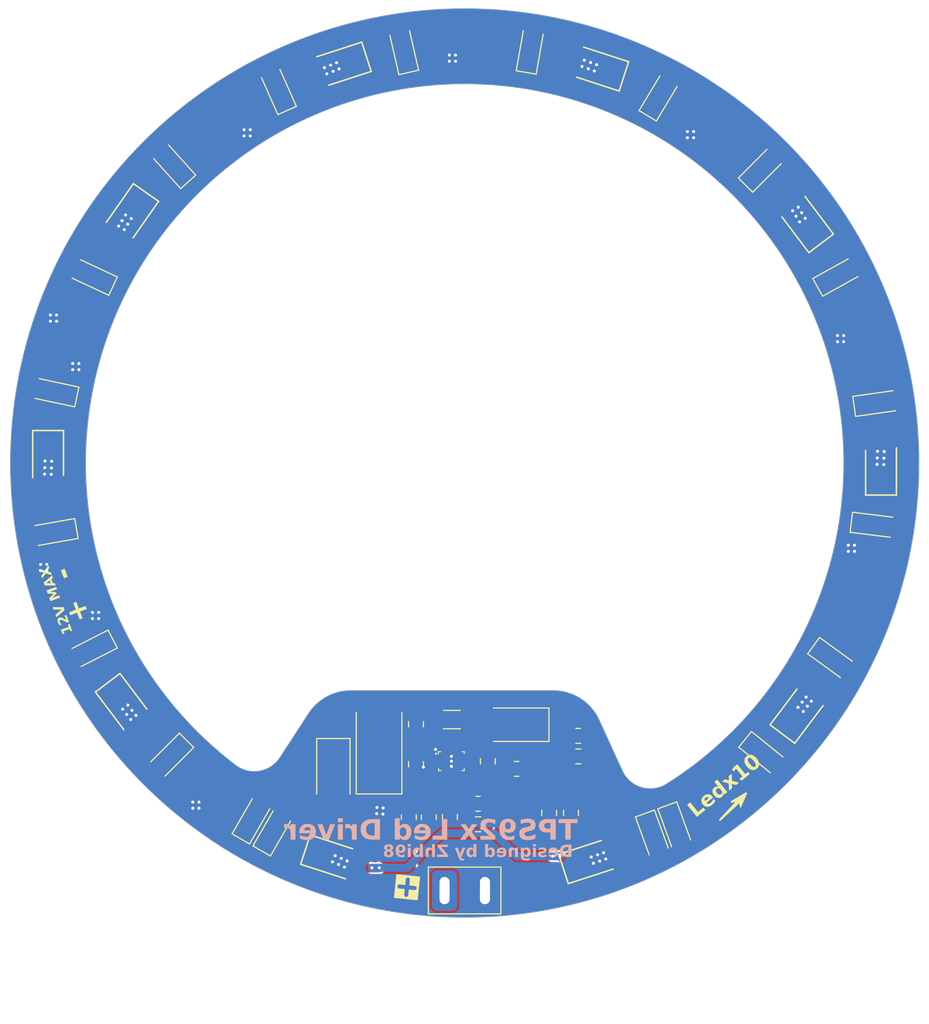
<source format=kicad_pcb>
(kicad_pcb (version 20241229) (generator "pcbnew") (generator_version "9.0")
  (layers (0 "F.Cu" signal) (2 "B.Cu" signal) (13 "F.Paste" user) (15 "B.Paste" user) (5 "F.SilkS" user "F.Silkscreen") (7 "B.SilkS" user "B.Silkscreen") (1 "F.Mask" user) (3 "B.Mask" user) (25 "Edge.Cuts" user))
  (net 0 "")
  (net 1 "VCC")
  (net 2 "GND")
  (net 3 "Net-(U1-VCC)")
  (net 4 "Net-(C5-Pad2)")
  (net 5 "Net-(D19-K)")
  (net 6 "Net-(U1-CSN)")
  (net 7 "/LED+")
  (net 8 "Net-(D1-K)")
  (net 9 "Net-(D4-K)")
  (net 10 "Net-(D10-A)")
  (net 11 "Net-(D10-K)")
  (net 12 "Net-(D13-K)")
  (net 13 "Net-(D16-K)")
  (net 14 "Net-(D19-A)")
  (net 15 "Net-(D20-K)")
  (net 16 "Net-(D23-K)")
  (net 17 "Net-(D26-K)")
  (net 18 "Net-(D32-A)")
  (net 19 "Net-(U1-DIM)")
  (net 20 "Net-(U1-COMP)")
  (footprint "Diode_SMD:D_SOD-123" (layer "F.Cu") (at 82.7278 72.9488 168)
    (property "Reference" "D11" (hide yes))
    (property "Value" "BZT52B5V6")
  )
  (footprint "Diode_SMD:D_SOD-123" (layer "F.Cu") (at 104.902 42.926 114)
    (property "Reference" "D18" (hide yes))
    (property "Value" "BZT52B5V6")
  )
  (footprint "Capacitor_SMD:C_0805_2012Metric" (layer "F.Cu") (at 125.73 109.5012 90)
    (property "Reference" "C6" (hide yes))
    (property "Value" "1nF,50V")
  )
  (footprint "Capacitor_SMD:C_0805_2012Metric" (layer "F.Cu") (at 134.6908 109.0168)
    (property "Reference" "C7" (hide yes))
    (property "Value" "10uF,50V")
  )
  (footprint "Capacitor_SMD:C_0805_2012Metric" (layer "F.Cu") (at 121.9708 115.0176 90)
    (property "Reference" "C4" (hide yes))
    (property "Value" "0.1uF,25V")
  )
  (footprint "3rd_LED_SMD:LED5730_2012Metric" (layer "F.Cu") (at 136.70015 119.031838 18)
    (property "Reference" "D1" (hide yes))
    (property "Value" "5730D34W")
  )
  (footprint "Capacitor_Tantalum_SMD:CP_EIA-7343-31_Kemet-D" (layer "F.Cu") (at 114.9604 108.3208 90)
    (property "Reference" "C2" (hide yes))
    (property "Value" "TAJD336K035RNJ,33uF,25V")
  )
  (footprint "Diode_SMD:D_SOD-123" (layer "F.Cu") (at 94.234 109.093 -135)
    (property "Reference" "D8" (hide yes))
    (property "Value" "BZT52B5V6")
  )
  (footprint "3rd_LED_SMD:LED5730_2012Metric" (layer "F.Cu") (at 89.789 56.197647 -125)
    (property "Reference" "D13" (hide yes))
    (property "Value" "5730D34W")
  )
  (footprint "3rd_LED_SMD:LED5730_2012Metric" (layer "F.Cu") (at 90.297 104.648 -53)
    (property "Reference" "D7" (hide yes))
    (property "Value" "5730D34W")
  )
  (footprint "Resistor_SMD:R_0805_2012Metric" (layer "F.Cu") (at 117.9068 115.0376 90)
    (property "Reference" "R1" (hide yes))
    (property "Value" "50K")
  )
  (footprint "3rd_LED_SMD:LED5730_2012Metric" (layer "F.Cu") (at 82.194399 80.4182 -90)
    (property "Reference" "D10" (hide yes))
    (property "Value" "5730D34W")
  )
  (footprint "Capacitor_SMD:C_0805_2012Metric" (layer "F.Cu") (at 124.7648 115.7376)
    (property "Reference" "C5" (hide yes))
    (property "Value" "10nF,10V")
  )
  (footprint "3rd_Package_WSON:WSON-8_L2.0-W2.0-P0.5_TPS923651" (layer "F.Cu") (at 122.1232 109.4892)
    (property "Reference" "U1" (hide yes))
    (property "Value" "TPS923651")
  )
  (footprint "Diode_SMD:D_SMA" (layer "F.Cu") (at 110.4392 110.7592 -90)
    (property "Reference" "D32" (hide yes))
    (property "Value" "SS24")
  )
  (footprint "Diode_SMD:D_SOD-123" (layer "F.Cu") (at 159.893 99.441 -36)
    (property "Reference" "D30" (hide yes))
    (property "Value" "BZT52B5V6")
  )
  (footprint "Diode_SMD:D_SOD-123" (layer "F.Cu") (at 86.487 61.468 155)
    (property "Reference" "D15" (hide yes))
    (property "Value" "BZT52B5V6")
  )
  (footprint "Diode_SMD:D_SOD-123" (layer "F.Cu") (at 104.521 116.332 60)
    (property "Reference" "D6" (hide yes))
    (property "Value" "BZT52B5V6")
  )
  (footprint "Capacitor_SMD:C_0805_2012Metric" (layer "F.Cu") (at 131.8006 114.6048 -90)
    (property "Reference" "C8" (hide yes))
    (property "Value" "0.1uF,100V")
  )
  (footprint "Diode_SMD:D_SOD-123" (layer "F.Cu") (at 82.677 86.868 -170)
    (property "Reference" "D12" (hide yes))
    (property "Value" "BZT52B5V6")
  )
  (footprint "Diode_SMD:D_SMA" (layer "F.Cu") (at 128.27 105.8824 180)
    (property "Reference" "D19" (hide yes))
    (property "Value" "SS14")
  )
  (footprint "Resistor_SMD:R_0805_2012Metric" (layer "F.Cu") (at 134.6708 106.9848)
    (property "Reference" "R5" (hide yes))
    (property "Value" "1000mR")
  )
  (footprint "3rd_LED_SMD:LED5730_2012Metric" (layer "F.Cu") (at 110.236 40.894 -162)
    (property "Reference" "D16" (hide yes))
    (property "Value" "5730D34W")
  )
  (footprint "Resistor_SMD:R_0805_2012Metric" (layer "F.Cu") (at 119.888 115.0376 90)
    (property "Reference" "R2" (hide yes))
    (property "Value" "10K")
  )
  (footprint "Diode_SMD:D_SOD-123" (layer "F.Cu") (at 153.035 108.8136 -39)
    (property "Reference" "D31" (hide yes))
    (property "Value" "BZT52B5V6")
  )
  (footprint "3rd_LED_SMD:LED5730_2012Metric" (layer "F.Cu") (at 111.147768 119.372558 -18)
    (property "Reference" "D4" (hide yes))
    (property "Value" "5730D34W")
  )
  (footprint "Capacitor_SMD:C_0805_2012Metric" (layer "F.Cu") (at 118.618 109.794 -90)
    (property "Reference" "C3" (hide yes))
    (property "Value" "0.1uF,25V")
  )
  (footprint "Resistor_SMD:R_0805_2012Metric" (layer "F.Cu") (at 124.7648 113.7056 180)
    (property "Reference" "R3" (hide yes))
    (property "Value" "100R")
  )
  (footprint "Capacitor_SMD:C_0805_2012Metric" (layer "F.Cu") (at 133.9596 114.6048 90)
    (property "Reference" "C9" (hide yes))
    (property "Value" "10uF,100V")
  )
  (footprint "Diode_SMD:D_SOD-123" (layer "F.Cu") (at 102.452066 115.137501 60)
    (property "Reference" "D5" (hide yes))
    (property "Value" "BZT52B5V6")
  )
  (footprint "Diode_SMD:D_SOD-123" (layer "F.Cu") (at 160.4518 61.4426 29)
    (property "Reference" "D24" (hide yes))
    (property "Value" "BZT52B5V6")
  )
  (footprint "3rd_Connector_Wire_THT:WIRE-TH_1x2P-P4.0_L6.5-W4.0" (layer "F.Cu") (at 123.444 122.301)
    (property "Reference" "J1" (hide yes))
    (property "Value" "POWER_IN")
  )
  (footprint "Diode_SMD:D_SOD-123" (layer "F.Cu") (at 142.7734 43.5864 59)
    (property "Reference" "D21" (hide yes))
    (property "Value" "BZT52B5V6")
  )
  (footprint "Diode_SMD:D_SOD-123" (layer "F.Cu") (at 164.0586 86.1314 -7)
    (property "Reference" "D27" (hide yes))
    (property "Value" "BZT52B5V6")
  )
  (footprint "Inductor_SMD:L_1206_3216Metric" (layer "F.Cu") (at 122.174 105.3744)
    (property "Reference" "L1" (hide yes))
    (property "Value" "SCL3216T330KSP,33uH")
  )
  (footprint "3rd_LED_SMD:LED5730_2012Metric" (layer "F.Cu") (at 164.6555 79.4893 90)
    (property "Reference" "D26" (hide yes))
    (property "Value" "5730D34W")
  )
  (footprint "Diode_SMD:D_SOD-123" (layer "F.Cu") (at 164.338 74.041 8)
    (property "Reference" "D28" (hide yes))
    (property "Value" "BZT52B5V6")
  )
  (footprint "Diode_SMD:D_SOD-123" (layer "F.Cu") (at 144.30263 116.079345 -70)
    (property "Reference" "D2" (hide yes))
    (property "Value" "BZT52B5V6")
  )
  (footprint "3rd_LED_SMD:LED5730_2012Metric" (layer "F.Cu") (at 156.526473 55.314005 127)
    (property "Reference" "D23" (hide yes))
    (property "Value" "5730D34W")
  )
  (footprint "Capacitor_SMD:C_0805_2012Metric" (layer "F.Cu") (at 118.618 105.8316 90)
    (property "Reference" "C1" (hide yes))
    (property "Value" "1uF,25V")
  )
  (footprint "Diode_SMD:D_SOD-123" (layer "F.Cu") (at 142.086837 116.885825 -70)
    (property "Reference" "D3" (hide yes))
    (property "Value" "BZT52B5V6")
  )
  (footprint "Resistor_SMD:R_0805_2012Metric" (layer "F.Cu") (at 128.5748 110.2512)
    (property "Reference" "R4" (hide yes))
    (property "Value" "100R")
  )
  (footprint "Diode_SMD:D_SOD-123" (layer "F.Cu") (at 94.488 50.3936 132)
    (property "Reference" "D14" (hide yes))
    (property "Value" "BZT52B5V6")
  )
  (footprint "Diode_SMD:D_SOD-123" (layer "F.Cu") (at 86.487 98.4758 -153)
    (property "Reference" "D9" (hide yes))
    (property "Value" "BZT52B5V6")
  )
  (footprint "Diode_SMD:D_SOD-123" (layer "F.Cu") (at 117.3734 39.0144 103)
    (property "Reference" "D17" (hide yes))
    (property "Value" "BZT52B5V6")
  )
  (footprint "Diode_SMD:D_SOD-123" (layer "F.Cu") (at 129.937806 38.996279 80)
    (property "Reference" "D22" (hide yes))
    (property "Value" "BZT52B5V6")
  )
  (footprint "Diode_SMD:D_SOD-123" (layer "F.Cu") (at 152.908 50.8 45)
    (property "Reference" "D25" (hide yes))
    (property "Value" "BZT52B5V6")
  )
  (footprint "3rd_LED_SMD:LED5730_2012Metric" (layer "F.Cu") (at 157.092311 103.884203 53)
    (property "Reference" "D29" (hide yes))
    (property "Value" "5730D34W")
  )
  (footprint "3rd_LED_SMD:LED5730_2012Metric" (layer "F.Cu") (at 135.722008 40.576974 162)
    (property "Reference" "D20" (hide yes))
    (property "Value" "5730D34W")
  )
  (gr_poly (pts (xy 148.726866 115.290525) (xy 150.529723 113.359116) (xy 149.8854 113.5126) (xy 151.295275 112.6721) (xy 150.767663 113.887195) (xy 150.653913 113.493746)) (stroke (width 0.2)) (fill yes) (layer "F.SilkS"))
  (gr_circle (center 109.438624 102.475) (end 109.448624 102.475) (stroke (width 0.0001)) (fill yes) (layer "Edge.Cuts"))
  (gr_circle (center 123.438624 79.975) (end 123.448624 79.975) (stroke (width 0.0001)) (fill yes) (layer "Edge.Cuts"))
  (gr_circle (center 131.3 94.387196) (end 131.31 94.387196) (stroke (width 0.0001)) (fill yes) (layer "Edge.Cuts"))
  (gr_arc (start 100.794601 109.866441) (mid 125.06728 42.510383) (end 143.403252 111.718718) (stroke (width 0.05)) (layer "Edge.Cuts"))
  (gr_circle (center 131.3 135.5) (end 131.31 135.5) (stroke (width 0.0001)) (fill yes) (layer "Edge.Cuts"))
  (gr_arc (start 143.403252 111.718718) (mid 140.947976 112.053876) (end 139.078181 110.427644) (stroke (width 0.05)) (layer "Edge.Cuts"))
  (gr_line (start 136.774641 105.394274) (end 139.078181 110.427644) (stroke (width 0.05)) (layer "Edge.Cuts"))
  (gr_line (start 112.150558 102.475) (end 132.228154 102.475) (stroke (width 0.05)) (layer "Edge.Cuts"))
  (gr_arc (start 105.120698 109.111251) (mid 103.122019 110.430434) (end 100.794601 109.866441) (stroke (width 0.05)) (layer "Edge.Cuts"))
  (gr_circle (center 135.438624 102.475) (end 135.448624 102.475) (stroke (width 0.0001)) (fill yes) (layer "Edge.Cuts"))
  (gr_line (start 105.120698 109.111251) (end 107.959601 104.748121) (stroke (width 0.05)) (layer "Edge.Cuts"))
  (gr_arc (start 107.959601 104.748121) (mid 109.766696 103.079867) (end 112.150558 102.475) (stroke (width 0.05)) (layer "Edge.Cuts"))
  (gr_circle (center 103.438624 111.696444) (end 103.448624 111.696444) (stroke (width 0.0001)) (fill yes) (layer "Edge.Cuts"))
  (gr_circle (center 140.438624 113.40029) (end 140.448624 113.40029) (stroke (width 0.0001)) (fill yes) (layer "Edge.Cuts"))
  (gr_circle (center 123.438624 79.975) (end 168.438624 79.975) (stroke (width 0.05)) (fill no) (layer "Edge.Cuts"))
  (gr_arc (start 132.228154 102.475) (mid 134.92967 103.267648) (end 136.774641 105.394274) (stroke (width 0.05)) (layer "Edge.Cuts"))
  (gr_text "+" (at 116.1288 122.8344 354) (layer "F.SilkS" knockout) (effects (font (size 2 2) (thickness 0.4) (bold yes)) (justify left bottom)))
  (gr_text "-" (at 82.5246 90.7796 291) (layer "F.SilkS") (effects (font (size 2 2) (thickness 0.3) (bold yes) (italic yes)) (justify left bottom)))
  (gr_text "Ledx10" (at 146.433181 115.321305 39) (layer "F.SilkS") (effects (font (size 1.5 1.5) (thickness 0.3) (bold yes) (italic yes)) (justify left bottom)))
  (gr_text "+" (at 83.5914 93.9292 291) (layer "F.SilkS") (effects (font (size 2 2) (thickness 0.3) (bold yes) (italic yes)) (justify left bottom)))
  (gr_text "12V MAX" (at 83.0326 93.5482 110) (layer "F.SilkS") (effects (font (size 1 1) (thickness 0.2) (bold yes))))
  (gr_text "TPS92x Led Driver" (at 134.62 117.602 0) (layer "B.SilkS") (effects (font (size 2 2) (thickness 0.24) (bold yes) (italic yes)) (justify left bottom mirror)))
  (gr_text "Designed by Zhbi98" (at 134.1628 119.1768 0) (layer "B.SilkS") (effects (font (size 1.2 1.2) (thickness 0.24) (bold yes) (italic yes)) (justify left bottom mirror)))
  (segment (start 155.325984 106.228198) (end 155.351798 106.228198) (width 0.6) (layer "F.Cu") (net 2))
  (segment (start 115.2796 104.8816) (end 114.9604 105.2008) (width 0.6) (layer "F.Cu") (net 2))
  (segment (start 120.9566 108.7392) (end 120.5484 108.331) (width 0.254) (layer "F.Cu") (net 2))
  (segment (start 118.618 104.8816) (end 115.2796 104.8816) (width 0.6) (layer "F.Cu") (net 2))
  (segment (start 155.351798 106.228198) (end 156.646434 107.522834) (width 0.8) (layer "F.Cu") (net 2))
  (segment (start 121.1732 108.7392) (end 120.9566 108.7392) (width 0.254) (layer "F.Cu") (net 2))
  (segment (start 118.6942 110.744) (end 119.3546 110.0836) (width 0.6) (layer "F.Cu") (net 2))
  (segment (start 161.227896 102.941372) (end 161.227896 100.410842) (width 0.8) (layer "F.Cu") (net 2))
  (segment (start 154.317297 109.851971) (end 156.646434 107.522834) (width 0.8) (layer "F.Cu") (net 2))
  (segment (start 118.618 110.744) (end 118.6942 110.744) (width 0.6) (layer "F.Cu") (net 2))
  (segment (start 156.646434 107.522834) (end 161.227896 102.941372) (width 0.8) (layer "F.Cu") (net 2))
  (via (at 111.800407 119.373486) (size 0.6) (drill 0.3) (layers "F.Cu" "B.Cu") (net 2))
  (via (at 86.5886 94.7674) (size 0.6) (drill 0.3) (layers "F.Cu" "B.Cu") (net 2))
  (via (at 110.751273 40.357936) (size 0.6) (drill 0.3) (layers "F.Cu" "B.Cu") (net 2))
  (via (at 157.756532 103.551193) (size 0.6) (drill 0.3) (layers "F.Cu" "B.Cu") (net 2))
  (via (at 155.904545 55.010039) (size 0.6) (drill 0.3) (layers "F.Cu" "B.Cu") (net 2))
  (via (at 145.4912 47.1678) (size 0.6) (drill 0.3) (layers "F.Cu" "B.Cu") (net 2))
  (via (at 90.074044 56.338447) (size 0.6) (drill 0.3) (layers "F.Cu" "B.Cu") (net 2))
  (via (at 82.0674 90.6272) (size 0.6) (drill 0.3) (layers "F.Cu" "B.Cu") (net 2))
  (via (at 136.27181 41.170222) (size 0.6) (drill 0.3) (layers "F.Cu" "B.Cu") (net 2))
  (via (at 122.5296 39.5986) (size 0.6) (drill 0.3) (layers "F.Cu" "B.Cu") (net 2))
  (via (at 86.5886 95.377) (size 0.6) (drill 0.3) (layers "F.Cu" "B.Cu") (net 2))
  (via (at 121.92 39.5986) (size 0.6) (drill 0.3) (layers "F.Cu" "B.Cu") (net 2))
  (via (at 114.7318 114.681) (size 0.6) (drill 0.3) (layers "F.Cu" "B.Cu") (net 2))
  (via (at 122.5296 40.2082) (size 0.6) (drill 0.3) (layers "F.Cu" "B.Cu") (net 2))
  (via (at 81.844797 81.078365) (size 0.6) (drill 0.3) (layers "F.Cu" "B.Cu") (net 2))
  (via (at 84.6328 70.739) (size 0.6) (drill 0.3) (layers "F.Cu" "B.Cu") (net 2))
  (via (at 96.52 114.1476) (size 0.6) (drill 0.3) (layers "F.Cu" "B.Cu") (net 2))
  (via (at 135.054533 40.727171) (size 0.6) (drill 0.3) (layers "F.Cu" "B.Cu") (net 2))
  (via (at 162.0266 88.7222) (size 0.6) (drill 0.3) (layers "F.Cu" "B.Cu") (net 2))
  (via (at 135.9662 118.9736) (size 0.6) (drill 0.3) (layers "F.Cu" "B.Cu") (net 2))
  (via (at 90.891326 104.957589) (size 0.6) (drill 0.3) (layers "F.Cu" "B.Cu") (net 2))
  (via (at 82.504789 81.10141) (size 0.6) (drill 0.3) (layers "F.Cu" "B.Cu") (net 2))
  (via (at 164.925033 80.134259) (size 0.6) (drill 0.3) (layers "F.Cu" "B.Cu") (net 2))
  (via (at 110.348393 119.449905) (size 0.6) (drill 0.3) (layers "F.Cu" "B.Cu") (net 2))
  (via (at 83.0326 65.3288) (size 0.6) (drill 0.3) (layers "F.Cu" "B.Cu") (net 2))
  (via (at 122.1232 109.0168) (size 0.6) (drill 0.3) (layers "F.Cu" "B.Cu") (net 2))
  (via (at 90.500383 104.457203) (size 0.6) (drill 0.3) (layers "F.Cu" "B.Cu") (net 2))
  (via (at 136.805629 119.38301) (size 0.6) (drill 0.3) (layers "F.Cu" "B.Cu") (net 2))
  (via (at 109.5502 40.8432) (size 0.6) (drill 0.3) (layers "F.Cu" "B.Cu") (net 2))
  (via (at 90.370929 105.364171) (size 0.6) (drill 0.3) (layers "F.Cu" "B.Cu") (net 2))
  (via (at 157.236125 103.144608) (size 0.6) (drill 0.3) (layers "F.Cu" "B.Cu") (net 2))
  (via (at 96.52 113.538) (size 0.6) (drill 0.3) (layers "F.Cu" "B.Cu") (net 2))
  (via (at 102.2096 46.99) (size 0.6) (drill 0.3) (layers "F.Cu" "B.Cu") (net 2))
  (via (at 135.675103 40.953043) (size 0.6) (drill 0.3) (layers "F.Cu" "B.Cu") (net 2))
  (via (at 82.526953 80.466799) (size 0.6) (drill 0.3) (layers "F.Cu" "B.Cu") (net 2))
  (via (at 156.959002 104.571981) (size 0.6) (drill 0.3) (layers "F.Cu" "B.Cu") (net 2))
  (via (at 111.220308 119.115208) (size 0.6) (drill 0.3) (layers "F.Cu" "B.Cu") (net 2))
  (via (at 161.417 88.1126) (size 0.6) (drill 0.3) (layers "F.Cu" "B.Cu") (net 2))
  (via (at 84.6328 70.1294) (size 0.6) (drill 0.3) (layers "F.Cu" "B.Cu") (net 2))
  (via (at 81.4578 90.6272) (size 0.6) (drill 0.3) (layers "F.Cu" "B.Cu") (net 2))
  (via (at 156.591 56.1086) (size 0.6) (drill 0.3) (layers "F.Cu" "B.Cu") (net 2))
  (via (at 82.55 79.8068) (size 0.6) (drill 0.3) (layers "F.Cu" "B.Cu") (net 2))
  (via (at 156.24104 55.548549) (size 0.6) (drill 0.3) (layers "F.Cu" "B.Cu") (net 2))
  (via (at 81.890004 79.783754) (size 0.6) (drill 0.3) (layers "F.Cu" "B.Cu") (net 2))
  (via (at 122.1232 109.4892) (size 0.6) (drill 0.3) (layers "F.Cu" "B.Cu") (net 2))
  (via (at 156.84518 103.644996) (size 0.6) (drill 0.3) (layers "F.Cu" "B.Cu") (net 2))
  (via (at 160.3502 67.3608) (size 0.6) (drill 0.3) (layers "F.Cu" "B.Cu") (net 2))
  (via (at 157.151049 55.758644) (size 0.6) (drill 0.3) (layers "F.Cu" "B.Cu") (net 2))
  (via (at 89.5734 104.343383) (size 0.6) (drill 0.3) (layers "F.Cu" "B.Cu") (net 2))
  (via (at 137.191024 118.551857) (size 0.6) (drill 0.3) (layers "F.Cu" "B.Cu") (net 2))
  (via (at 97.1296 113.538) (size 0.6) (drill 0.3) (layers "F.Cu" "B.Cu") (net 2))
  (via (at 101.6 46.99) (size 0.6) (drill 0.3) (layers "F.Cu" "B.Cu") (net 2))
  (via (at 81.4578 90.0176) (size 0.6) (drill 0.3) (layers "F.Cu" "B.Cu") (net 2))
  (via (at 110.998663 40.970242) (size 0.6) (drill 0.3) (layers "F.Cu" "B.Cu") (net 2))
  (via (at 89.979981 104.863786) (size 0.6) (drill 0.3) (layers "F.Cu" "B.Cu") (net 2))
  (via (at 160.9598 67.9704) (size 0.6) (drill 0.3) (layers "F.Cu" "B.Cu") (net 2))
  (via (at 164.2872 79.4766) (size 0.6) (drill 0.3) (layers "F.Cu" "B.Cu") (net 2))
  (via (at 90.0938 103.9368) (size 0.6) (drill 0.3) (layers "F.Cu" "B.Cu") (net 2))
  (via (at 82.0674 90.0176) (size 0.6) (drill 0.3) (layers "F.Cu" "B.Cu") (net 2))
  (via (at 90.424 55.7784) (size 0.6) (drill 0.3) (layers "F.Cu" "B.Cu") (net 2))
  (via (at 119.3546 110.0836) (size 0.6) (drill 0.3) (layers "F.Cu" "B.Cu") (net 2))
  (via (at 87.1982 95.377) (size 0.6) (drill 0.3) (layers "F.Cu" "B.Cu") (net 2))
  (via (at 87.1982 94.7674) (size 0.6) (drill 0.3) (layers "F.Cu" "B.Cu") (net 2))
  (via (at 115.3668 114.1222) (size 0.6) (drill 0.3) (layers "F.Cu" "B.Cu") (net 2))
  (via (at 101.6 47.5996) (size 0.6) (drill 0.3) (layers "F.Cu" "B.Cu") (net 2))
  (via (at 164.265041 80.111214) (size 0.6) (drill 0.3) (layers "F.Cu" "B.Cu") (net 2))
  (via (at 164.970244 78.839649) (size 0.6) (drill 0.3) (layers "F.Cu" "B.Cu") (net 2))
  (via (at 156.464589 54.660083) (size 0.6) (drill 0.3) (layers "F.Cu" "B.Cu") (net 2))
  (via (at 162.0266 88.1126) (size 0.6) (drill 0.3) (layers "F.Cu" "B.Cu") (net 2))
  (via (at 110.162513 40.595809) (size 0.6) (drill 0.3) (layers "F.Cu" "B.Cu") (net 2))
  (via (at 111.531801 119.976793) (size 0.6) (drill 0.3) (layers "F.Cu" "B.Cu") (net 2))
  (via (at 135.2804 40.1066) (size 0.6) (drill 0.3) (layers "F.Cu" "B.Cu") (net 2))
  (via (at 89.177497 56.527003) (size 0.6) (drill 0.3) (layers "F.Cu" "B.Cu") (net 2))
  (via (at 85.2424 70.1294) (size 0.6) (drill 0.3) (layers "F.Cu" "B.Cu") (net 2))
  (via (at 160.9598 67.3608) (size 0.6) (drill 0.3) (layers "F.Cu" "B.Cu") (net 2))
  (via (at 82.423 65.3288) (size 0.6) (drill 0.3) (layers "F.Cu" "B.Cu") (net 2))
  (via (at 145.4912 47.7774) (size 0.6) (drill 0.3) (layers "F.Cu" "B.Cu") (net 2))
  (via (at 114.7572 114.0714) (size 0.6) (drill 0.3) (layers "F.Cu" "B.Cu") (net 2))
  (via (at 160.3502 67.9704) (size 0.6) (drill 0.3) (layers "F.Cu" "B.Cu") (net 2))
  (via (at 146.1008 47.7774) (size 0.6) (drill 0.3) (layers "F.Cu" "B.Cu") (net 2))
  (via (at 115.3414 114.7318) (size 0.6) (drill 0.3) (layers "F.Cu" "B.Cu") (net 2))
  (via (at 81.866956 80.443751) (size 0.6) (drill 0.3) (layers "F.Cu" "B.Cu") (net 2))
  (via (at 146.1008 47.1678) (size 0.6) (drill 0.3) (layers "F.Cu" "B.Cu") (net 2))
  (via (at 85.2424 70.739) (size 0.6) (drill 0.3) (layers "F.Cu" "B.Cu") (net 2))
  (via (at 136.59062 118.75859) (size 0.6) (drill 0.3) (layers "F.Cu" "B.Cu") (net 2))
  (via (at 82.423 65.9384) (size 0.6) (drill 0.3) (layers "F.Cu" "B.Cu") (net 2))
  (via (at 83.0326 65.9384) (size 0.6) (drill 0.3) (layers "F.Cu" "B.Cu") (net 2))
  (via (at 89.863948 55.428439) (size 0.6) (drill 0.3) (layers "F.Cu" "B.Cu") (net 2))
  (via (at 137.406032 119.176279) (size 0.6) (drill 0.3) (layers "F.Cu" "B.Cu") (net 2))
  (via (at 164.947197 79.499648) (size 0.6) (drill 0.3) (layers "F.Cu" "B.Cu") (net 2))
  (via (at 110.951701 119.718514) (size 0.6) (drill 0.3) (layers "F.Cu" "B.Cu") (net 2))
  (via (at 136.181207 119.598019) (size 0.6) (drill 0.3) (layers "F.Cu" "B.Cu") (net 2))
  (via (at 102.2096 47.5996) (size 0.6) (drill 0.3) (layers "F.Cu" "B.Cu") (net 2))
  (via (at 89.513987 55.98849) (size 0.6) (drill 0.3) (layers "F.Cu" "B.Cu") (net 2))
  (via (at 110.617 118.8466) (size 0.6) (drill 0.3) (layers "F.Cu" "B.Cu") (net 2))
  (via (at 136.497676 40.549656) (size 0.6) (drill 0.3) (layers "F.Cu" "B.Cu") (net 2))
  (via (at 157.365586 104.051574) (size 0.6) (drill 0.3) (layers "F.Cu" "B.Cu") (net 2))
  (via (at 161.417 88.7222) (size 0.6) (drill 0.3) (layers "F.Cu" "B.Cu") (net 2))
  (via (at 156.4386 104.1654) (size 0.6) (drill 0.3) (layers "F.Cu" "B.Cu") (net 2))
  (via (at 110.409901 41.208123) (size 0.6) (drill 0.3) (layers "F.Cu" "B.Cu") (net 2))
  (via (at 97.1296 114.1476) (size 0.6) (drill 0.3) (layers "F.Cu" "B.Cu") (net 2))
  (via (at 120.5484 108.331) (size 0.6) (drill 0.3) (layers "F.Cu" "B.Cu") (net 2))
  (via (at 164.310248 78.816603) (size 0.6) (drill 0.3) (layers "F.Cu" "B.Cu") (net 2))
  (via (at 156.801095 55.19859) (size 0.6) (drill 0.3) (layers "F.Cu" "B.Cu") (net 2))
  (via (at 135.900975 40.332469) (size 0.6) (drill 0.3) (layers "F.Cu" "B.Cu") (net 2))
  (via (at 89.737542 56.876959) (size 0.6) (drill 0.3) (layers "F.Cu" "B.Cu") (net 2))
  (via (at 121.92 40.2082) (size 0.6) (drill 0.3) (layers "F.Cu" "B.Cu") (net 2))
  (via (at 109.797589 41.45551) (size 0.6) (drill 0.3) (layers "F.Cu" "B.Cu") (net 2))
  (via (at 122.1232 110.0074) (size 0.6) (drill 0.3) (layers "F.Cu" "B.Cu") (net 2))
  (segment (start 120.3198 110.7694) (end 120.85 110.2392) (width 0.254) (layer "F.Cu") (net 3))
  (segment (start 121.9708 114.0676) (end 121.5352 114.0676) (width 0.254) (layer "F.Cu") (net 3))
  (segment (start 120.85 110.2392) (end 121.1732 110.2392) (width 0.254) (layer "F.Cu") (net 3))
  (segment (start 120.3198 112.8522) (end 120.3198 110.7694) (width 0.254) (layer "F.Cu") (net 3))
  (segment (start 121.5352 114.0676) (end 120.3198 112.8522) (width 0.254) (layer "F.Cu") (net 3))
  (segment (start 125.7148 113.7431) (end 125.6773 113.7056) (width 0.254) (layer "F.Cu") (net 4))
  (segment (start 125.7148 115.7376) (end 125.7148 113.7431) (width 0.6) (layer "F.Cu") (net 4))
  (segment (start 127.6012 108.5512) (end 125.73 108.5512) (width 0.6) (layer "F.Cu") (net 5))
  (segment (start 133.3144 105.8824) (end 130.27 105.8824) (width 0.6) (layer "F.Cu") (net 5))
  (segment (start 133.7408 109.0168) (end 133.7408 107.0023) (width 0.6) (layer "F.Cu") (net 5))
  (segment (start 130.27 105.8824) (end 127.6012 108.5512) (width 0.6) (layer "F.Cu") (net 5))
  (segment (start 133.7583 106.3263) (end 133.3144 105.8824) (width 0.6) (layer "F.Cu") (net 5))
  (segment (start 125.042 109.2392) (end 123.0732 109.2392) (width 0.254) (layer "F.Cu") (net 5))
  (segment (start 125.73 108.5512) (end 125.042 109.2392) (width 0.254) (layer "F.Cu") (net 5))
  (segment (start 133.7408 107.0023) (end 133.7583 106.9848) (width 0.6) (layer "F.Cu") (net 5))
  (segment (start 133.7583 106.9848) (end 133.7583 106.3263) (width 0.6) (layer "F.Cu") (net 5))
  (segment (start 125.73 110.4512) (end 127.4623 110.4512) (width 0.6) (layer "F.Cu") (net 6))
  (segment (start 123.0732 109.7392) (end 125.018 109.7392) (width 0.254) (layer "F.Cu") (net 6))
  (segment (start 127.4623 110.4512) (end 127.6623 110.2512) (width 0.254) (layer "F.Cu") (net 6))
  (segment (start 125.018 109.7392) (end 125.73 110.4512) (width 0.254) (layer "F.Cu") (net 6))
  (segment (start 134.8994 110.871) (end 131.7244 110.871) (width 0.6) (layer "F.Cu") (net 7))
  (segment (start 141.522498 115.335334) (end 142.931811 115.335334) (width 0.8) (layer "F.Cu") (net 7))
  (segment (start 138.9634 118.26775) (end 138.9634 116.04701) (width 0.8) (layer "F.Cu") (net 7))
  (segment (start 131.7244 110.871) (end 130.1071 110.871) (width 0.6) (layer "F.Cu") (net 7))
  (segment (start 136.57119 113.6548) (end 133.9596 113.6548) (width 0.8) (layer "F.Cu") (net 7))
  (segment (start 142.931811 115.335334) (end 143.738291 114.528854) (width 0.8) (layer "F.Cu") (net 7))
  (segment (start 131.8006 113.6548) (end 133.9596 113.6548) (width 0.6) (layer "F.Cu") (net 7))
  (segment (start 131.8006 110.9472) (end 131.7244 110.871) (width 0.6) (layer "F.Cu") (net 7))
  (segment (start 138.7348 115.81841) (end 136.57119 113.6548) (width 0.8) (layer "F.Cu") (net 7))
  (segment (start 131.8006 113.6548) (end 131.8006 110.9472) (width 0.6) (layer "F.Cu") (net 7))
  (segment (start 130.1071 110.871) (end 129.4873 110.2512) (width 0.6) (layer "F.Cu") (net 7))
  (segment (start 138.9634 116.04701) (end 138.7348 115.81841) (width 0.8) (layer "F.Cu") (net 7))
  (segment (start 135.6614 109.6676) (end 135.6614 110.109) (width 0.6) (layer "F.Cu") (net 7))
  (segment (start 138.920867 118.310283) (end 138.9634 118.26775) (width 0.8) (layer "F.Cu") (net 7))
  (segment (start 141.039422 115.81841) (end 138.7348 115.81841) (width 0.8) (layer "F.Cu") (net 7))
  (segment (start 135.6614 110.109) (end 134.8994 110.871) (width 0.6) (layer "F.Cu") (net 7))
  (segment (start 135.5833 108.9593) (end 135.6408 109.0168) (width 0.6) (layer "F.Cu") (net 7))
  (segment (start 141.522498 115.335334) (end 141.039422 115.81841) (width 0.8) (layer "F.Cu") (net 7))
  (segment (start 135.6408 109.0168) (end 135.6408 109.647) (width 0.6) (layer "F.Cu") (net 7))
  (segment (start 135.5833 106.9848) (end 135.5833 108.9593) (width 0.6) (layer "F.Cu") (net 7))
  (segment (start 135.6408 109.647) (end 135.6614 109.6676) (width 0.6) (layer "F.Cu") (net 7))
  (segment (start 114.195487 120.094113) (end 114.2492 120.0404) (width 0.6) (layer "F.Cu") (net 8))
  (segment (start 113.368485 120.094113) (end 114.195487 120.094113) (width 0.8) (layer "F.Cu") (net 8))
  (segment (start 134.8232 120.8278) (end 139.065 120.8278) (width 0.8) (layer "F.Cu") (net 8))
  (segment (start 140.379435 119.513365) (end 141.598635 119.513365) (width 0.8) (layer "F.Cu") (net 8))
  (segment (start 114.195487 120.094113) (end 114.932087 120.094113) (width 0.8) (layer "F.Cu") (net 8))
  (segment (start 139.065 120.8278) (end 140.379435 119.513365) (width 0.8) (layer "F.Cu") (net 8))
  (segment (start 132.8674 118.897404) (end 133.908799 119.938803) (width 0.8) (layer "F.Cu") (net 8))
  (segment (start 113.368485 120.387715) (end 113.368485 120.094107) (width 0.8) (layer "F.Cu") (net 8))
  (segment (start 103.702542 117.7544) (end 105.07284 117.7544) (width 0.8) (layer "F.Cu") (net 8))
  (segment (start 102.501501 116.566443) (end 103.696 117.760942) (width 0.8) (layer "F.Cu") (net 8))
  (segment (start 142.651176 118.436316) (end 144.060489 118.436316) (width 0.8) (layer "F.Cu") (net 8))
  (segment (start 105.07284 117.7544) (end 108.52724 121.2088) (width 0.8) (layer "F.Cu") (net 8))
  (segment (start 132.1562 118.897404) (end 132.8674 118.897404) (width 0.8) (layer "F.Cu") (net 8))
  (segment (start 144.060489 118.436316) (end 144.866969 117.629836) (width 0.8) (layer "F.Cu") (net 8))
  (segment (start 101.627066 116.566443) (end 102.501501 116.566443) (width 0.8) (layer "F.Cu") (net 8))
  (segment (start 133.908799 119.938803) (end 133.934203 119.938803) (width 0.6) (layer "F.Cu") (net 8))
  (segment (start 133.934203 119.938803) (end 134.8232 120.8278) (width 0.8) (layer "F.Cu") (net 8))
  (segment (start 141.598635 119.513365) (end 142.651176 118.460824) (width 0.8) (layer "F.Cu") (net 8))
  (segment (start 108.52724 121.2088) (end 112.5474 121.2088) (width 0.8) (layer "F.Cu") (net 8))
  (segment (start 103.696 117.760942) (end 103.702542 117.7544) (width 0.6) (layer "F.Cu") (net 8))
  (segment (start 142.651176 118.460824) (end 142.651176 118.436316) (width 0.6) (layer "F.Cu") (net 8))
  (segment (start 112.5474 121.2088) (end 113.368485 120.387715) (width 0.8) (layer "F.Cu") (net 8))
  (via (at 132.8674 118.897404) (size 0.6) (drill 0.3) (layers "F.Cu" "B.Cu") (net 8))
  (via (at 114.2492 120.0404) (size 0.6) (drill 0.3) (layers "F.Cu" "B.Cu") (net 8))
  (via (at 114.9858 120.0404) (size 0.6) (drill 0.3) (layers "F.Cu" "B.Cu") (net 8))
  (via (at 132.1562 118.897404) (size 0.6) (drill 0.3) (layers "F.Cu" "B.Cu") (net 8))
  (segment (start 128.625604 118.897404) (end 126.365 116.6368) (width 0.8) (layer "B.Cu") (net 8))
  (segment (start 132.1562 118.897404) (end 132.8674 118.897404) (width 0.8) (layer "B.Cu") (net 8))
  (segment (start 114.9858 120.0404) (end 114.2492 120.0404) (width 0.8) (layer "B.Cu") (net 8))
  (segment (start 132.1562 118.897404) (end 128.625604 118.897404) (width 0.8) (layer "B.Cu") (net 8))
  (segment (start 126.365 116.6368) (end 121.1834 116.6368) (width 0.8) (layer "B.Cu") (net 8))
  (segment (start 121.1834 116.6368) (end 117.7798 120.0404) (width 0.8) (layer "B.Cu") (net 8))
  (segment (start 117.7798 120.0404) (end 114.9858 120.0404) (width 0.8) (layer "B.Cu") (net 8))
  (segment (start 104.151501 113.708559) (end 105.346 114.903058) (width 0.8) (layer "F.Cu") (net 9))
  (segment (start 95.400725 109.497725) (end 99.611559 113.708559) (width 0.8) (layer "F.Cu") (net 9))
  (segment (start 95.400725 107.926275) (end 95.400725 109.497725) (width 0.8) (layer "F.Cu") (net 9))
  (segment (start 87.957158 99.158558) (end 93.5101 104.7115) (width 0.8) (layer "F.Cu") (net 9))
  (segment (start 103.277066 113.708559) (end 104.151501 113.708559) (width 0.8) (layer "F.Cu") (net 9))
  (segment (start 99.611559 113.708559) (end 103.277066 113.708559) (width 0.8) (layer "F.Cu") (net 9))
  (segment (start 93.5101 104.7115) (end 95.400725 106.602125) (width 0.8) (layer "F.Cu") (net 9))
  (segment (start 87.957158 97.726709) (end 87.957158 99.158558) (width 0.8) (layer "F.Cu") (net 9))
  (segment (start 108.3564 117.913458) (end 105.346 114.903058) (width 0.8) (layer "F.Cu") (net 9))
  (segment (start 95.400725 106.602125) (end 95.400725 107.926275) (width 0.8) (layer "F.Cu") (net 9))
  (segment (start 91.708786 106.512814) (end 93.5101 104.7115) (width 0.8) (layer "F.Cu") (net 9))
  (segment (start 85.016842 100.739442) (end 86.3854 102.108) (width 0.8) (layer "F.Cu") (net 10))
  (segment (start 85.016842 99.224891) (end 84.301934 98.509983) (width 0.8) (layer "F.Cu") (net 10))
  (segment (start 86.581405 102.304005) (end 86.3854 102.108) (width 0.6) (layer "F.Cu") (net 10))
  (segment (start 88.530673 102.304005) (end 86.581405 102.304005) (width 0.8) (layer "F.Cu") (net 10))
  (segment (start 86.3854 102.108) (end 86.3854 103.646022) (width 0.8) (layer "F.Cu") (net 10))
  (segment (start 85.016842 99.224891) (end 85.016842 100.739442) (width 0.8) (layer "F.Cu") (net 10))
  (segment (start 86.3854 103.646022) (end 92.999103 110.259725) (width 0.8) (layer "F.Cu") (net 10))
  (segment (start 84.301934 86.581477) (end 84.301934 82.7024) (width 0.8) (layer "F.Cu") (net 10))
  (segment (start 84.301934 98.509983) (end 84.301934 86.581477) (width 0.8) (layer "F.Cu") (net 10))
  (segment (start 84.301934 82.7024) (end 84.301934 73.331664) (width 0.8) (layer "F.Cu") (net 10))
  (segment (start 82.194399 82.7532) (end 84.251134 82.7532) (width 0.8) (layer "F.Cu") (net 10))
  (segment (start 80.493399 77.5208) (end 80.493399 73.226203) (width 0.8) (layer "F.Cu") (net 11))
  (segment (start 80.493399 73.226203) (end 81.113846 72.605756) (width 0.8) (layer "F.Cu") (net 11))
  (segment (start 88.717367 58.110367) (end 89.9033 59.2963) (width 0.8) (layer "F.Cu") (net 11))
  (segment (start 80.530999 77.4832) (end 80.493399 77.5208) (width 0.6) (layer "F.Cu") (net 11))
  (segment (start 95.59207 52.64233) (end 95.59207 51.619787) (width 0.8) (layer "F.Cu") (net 11))
  (segment (start 81.052066 87.154523) (end 80.493399 86.595856) (width 0.8) (layer "F.Cu") (net 11))
  (segment (start 90.805 58.3946) (end 90.805 57.4294) (width 0.8) (layer "F.Cu") (net 11))
  (segment (start 89.9033 59.2963) (end 90.805 58.3946) (width 0.8) (layer "F.Cu") (net 11))
  (segment (start 81.113846 70.778154) (end 87.982407 63.909593) (width 0.8) (layer "F.Cu") (net 11))
  (segment (start 90.805 57.4294) (end 95.59207 52.64233) (width 0.8) (layer "F.Cu") (net 11))
  (segment (start 88.449699 58.110367) (end 88.717367 58.110367) (width 0.6) (layer "F.Cu") (net 11))
  (segment (start 82.194399 77.4832) (end 80.530999 77.4832) (width 0.8) (layer "F.Cu") (net 11))
  (segment (start 87.982407 61.217193) (end 89.9033 59.2963) (width 0.8) (layer "F.Cu") (net 11))
  (segment (start 87.982407 63.909593) (end 87.982407 62.165319) (width 0.8) (layer "F.Cu") (net 11))
  (segment (start 87.982407 62.165319) (end 87.982407 61.217193) (width 0.8) (layer "F.Cu") (net 11))
  (segment (start 80.493399 86.595856) (end 80.493399 77.5208) (width 0.8) (layer "F.Cu") (net 11))
  (segment (start 81.113846 72.605756) (end 81.113846 70.778154) (width 0.8) (layer "F.Cu") (net 11))
  (segment (start 107.9754 44.433351) (end 108.728649 44.433351) (width 0.8) (layer "F.Cu") (net 12))
  (segment (start 108.015283 44.393468) (end 107.9754 44.433351) (width 0.6) (layer "F.Cu") (net 12))
  (segment (start 93.38393 49.167413) (end 97.542987 49.167413) (width 0.8) (layer "F.Cu") (net 12))
  (segment (start 84.991593 60.770681) (end 84.991593 58.924807) (width 0.8) (layer "F.Cu") (net 12))
  (segment (start 84.991593 58.924807) (end 88.9254 54.991) (width 0.8) (layer "F.Cu") (net 12))
  (segment (start 88.9254 53.625943) (end 90.109771 52.441571) (width 0.8) (layer "F.Cu") (net 12))
  (segment (start 114.173 42.5704) (end 116.121288 40.622112) (width 0.8) (layer "F.Cu") (net 12))
  (segment (start 91.461636 53.793436) (end 90.109771 52.441571) (width 0.8) (layer "F.Cu") (net 12))
  (segment (start 105.573122 44.433351) (end 107.9754 44.433351) (width 0.8) (layer "F.Cu") (net 12))
  (segment (start 91.472447 53.793436) (end 91.461636 53.793436) (width 0.6) (layer "F.Cu") (net 12))
  (segment (start 110.5916 42.5704) (end 114.173 42.5704) (width 0.8) (layer "F.Cu") (net 12))
  (segment (start 97.542987 49.167413) (end 102.277049 44.433351) (width 0.8) (layer "F.Cu") (net 12))
  (segment (start 116.121288 40.622112) (end 117.744576 40.622112) (width 0.8) (layer "F.Cu") (net 12))
  (segment (start 108.015283 41.615555) (end 108.015283 44.393468) (width 0.8) (layer "F.Cu") (net 12))
  (segment (start 108.728649 44.433351) (end 110.5916 42.5704) (width 0.8) (layer "F.Cu") (net 12))
  (segment (start 102.277049 44.433351) (end 105.573122 44.433351) (width 0.8) (layer "F.Cu") (net 12))
  (segment (start 90.109771 52.441571) (end 93.38393 49.167413) (width 0.8) (layer "F.Cu") (net 12))
  (segment (start 88.9254 54.991) (end 88.9254 53.625943) (width 0.8) (layer "F.Cu") (net 12))
  (segment (start 135.7122 42.545) (end 132.9944 42.545) (width 0.8) (layer "F.Cu") (net 13))
  (segment (start 126.43677 37.406688) (end 129.651295 40.621213) (width 0.8) (layer "F.Cu") (net 13))
  (segment (start 113.1824 38.0746) (end 113.850312 37.406688) (width 0.8) (layer "F.Cu") (net 13))
  (segment (start 113.850312 37.406688) (end 117.002224 37.406688) (width 0.8) (layer "F.Cu") (net 13))
  (segment (start 140.098331 45.000731) (end 139.2682 44.1706) (width 0.8) (layer "F.Cu") (net 13))
  (segment (start 131.8006 41.3512) (end 131.070613 40.621213) (width 0.8) (layer "F.Cu") (net 13))
  (segment (start 133.501291 39.855419) (end 132.00551 41.3512) (width 0.8) (layer "F.Cu") (net 13))
  (segment (start 131.070613 40.621213) (end 129.651295 40.621213) (width 0.8) (layer "F.Cu") (net 13))
  (segment (start 113.027351 39.987035) (end 113.027351 38.229649) (width 0.8) (layer "F.Cu") (net 13))
  (segment (start 141.923595 45.000731) (end 140.098331 45.000731) (width 0.8) (layer "F.Cu") (net 13))
  (segment (start 139.2682 44.1706) (end 137.3378 44.1706) (width 0.8) (layer "F.Cu") (net 13))
  (segment (start 117.002224 37.406688) (end 126.43677 37.406688) (width 0.8) (layer "F.Cu") (net 13))
  (segment (start 108.966 39.5478) (end 110.4392 38.0746) (width 0.8) (layer "F.Cu") (net 13))
  (segment (start 132.00551 41.3512) (end 131.8006 41.3512) (width 0.6) (layer "F.Cu") (net 13))
  (segment (start 132.9944 42.545) (end 131.8006 41.3512) (width 0.8) (layer "F.Cu") (net 13))
  (segment (start 113.027351 38.229649) (end 113.1824 38.0746) (width 0.6) (layer "F.Cu") (net 13))
  (segment (start 110.4392 38.0746) (end 113.1824 38.0746) (width 0.8) (layer "F.Cu") (net 13))
  (segment (start 137.3378 44.1706) (end 135.7122 42.545) (width 0.8) (layer "F.Cu") (net 13))
  (segment (start 104.230878 41.418649) (end 106.101727 39.5478) (width 0.8) (layer "F.Cu") (net 13))
  (segment (start 106.101727 39.5478) (end 108.966 39.5478) (width 0.8) (layer "F.Cu") (net 13))
  (segment (start 123.9012 108.6104) (end 123.9012 105.5266) (width 0.254) (layer "F.Cu") (net 14))
  (segment (start 124.257 105.8824) (end 123.749 105.3744) (width 0.6) (layer "F.Cu") (net 14))
  (segment (start 123.9012 105.5266) (end 123.749 105.3744) (width 0.254) (layer "F.Cu") (net 14))
  (segment (start 123.7724 108.7392) (end 123.9012 108.6104) (width 0.254) (layer "F.Cu") (net 14))
  (segment (start 123.0732 108.7392) (end 123.7724 108.7392) (width 0.254) (layer "F.Cu") (net 14))
  (segment (start 126.27 105.8824) (end 124.257 105.8824) (width 0.6) (layer "F.Cu") (net 14))
  (segment (start 151.741274 51.966726) (end 151.741274 50.290138) (width 0.8) (layer "F.Cu") (net 15))
  (segment (start 139.9667 40.030598) (end 139.9667 39.9923) (width 0.6) (layer "F.Cu") (net 15))
  (segment (start 155.121235 53.449191) (end 155.110209 53.449191) (width 0.6) (layer "F.Cu") (net 15))
  (segment (start 138.513359 41.483939) (end 139.9667 40.030598) (width 0.8) (layer "F.Cu") (net 15))
  (segment (start 139.9667 39.9923) (end 142.146469 42.172069) (width 0.8) (layer "F.Cu") (net 15))
  (segment (start 155.110209 53.449191) (end 153.289 55.2704) (width 0.8) (layer "F.Cu") (net 15))
  (segment (start 130.224317 37.371345) (end 134.399345 37.371345) (width 0.8) (layer "F.Cu") (net 15))
  (segment (start 135.8138 38.7858) (end 138.7602 38.7858) (width 0.8) (layer "F.Cu") (net 15))
  (segment (start 151.741274 53.773474) (end 151.741274 52.986074) (width 0.8) (layer "F.Cu") (net 15))
  (segment (start 159.00868 62.242542) (end 159.00868 61.04088) (width 0.8) (layer "F.Cu") (net 15))
  (segment (start 153.289 55.2704) (end 153.289 55.3212) (width 0.8) (layer "F.Cu") (net 15))
  (segment (start 138.7602 38.7858) (end 139.9667 39.9923) (width 0.8) (layer "F.Cu") (net 15))
  (segment (start 134.399345 37.371345) (end 135.8138 38.7858) (width 0.8) (layer "F.Cu") (net 15))
  (segment (start 142.146469 42.172069) (end 143.623205 42.172069) (width 0.8) (layer "F.Cu") (net 15))
  (segment (start 151.741274 52.986074) (end 151.741274 51.966726) (width 0.8) (layer "F.Cu") (net 15))
  (segment (start 159.00868 61.04088) (end 151.741274 53.773474) (width 0.8) (layer "F.Cu") (net 15))
  (segment (start 151.741274 50.290138) (end 143.623205 42.172069) (width 0.8) (layer "F.Cu") (net 15))
  (segment (start 160.3756 55.934148) (end 160.361226 55.919774) (width 0.8) (layer "F.Cu") (net 16))
  (segment (start 162.420895 85.930325) (end 162.420895 77.216) (width 0.8) (layer "F.Cu") (net 16))
  (segment (start 162.482595 77.1543) (end 162.420895 77.216) (width 0.6) (layer "F.Cu") (net 16))
  (segment (start 161.89492 60.642658) (end 160.3756 59.123338) (width 0.8) (layer "F.Cu") (net 16))
  (segment (start 162.704055 66.641255) (end 161.89492 65.83212) (width 0.8) (layer "F.Cu") (net 16))
  (segment (start 162.704055 74.270648) (end 162.704055 66.641255) (width 0.8) (layer "F.Cu") (net 16))
  (segment (start 161.89492 65.83212) (end 161.89492 60.642658) (width 0.8) (layer "F.Cu") (net 16))
  (segment (start 162.420895 74.553808) (end 162.704055 74.270648) (width 0.8) (layer "F.Cu") (net 16))
  (segment (start 164.6555 77.1543) (end 162.482595 77.1543) (width 0.8) (layer "F.Cu") (net 16))
  (segment (start 160.031026 55.919774) (end 160.361226 55.919774) (width 0.6) (layer "F.Cu") (net 16))
  (segment (start 158.2928 57.658) (end 160.031026 55.919774) (width 0.8) (layer "F.Cu") (net 16))
  (segment (start 160.3756 59.123338) (end 160.3756 55.934148) (width 0.8) (layer "F.Cu") (net 16))
  (segment (start 162.420895 77.216) (end 162.420895 74.553808) (width 0.8) (layer "F.Cu") (net 16))
  (segment (start 160.361226 55.919774) (end 154.074726 49.633274) (width 0.8) (layer "F.Cu") (net 16))
  (segment (start 166.3565 85.67228) (end 166.3565 82.3722) (width 0.8) (layer "F.Cu") (net 17))
  (segment (start 158.432789 102.019389) (end 157.1879 100.7745) (width 0.8) (layer "F.Cu") (net 17))
  (segment (start 166.3565 82.3722) (end 166.3565 74.195907) (width 0.8) (layer "F.Cu") (net 17))
  (segment (start 151.752703 106.209697) (end 157.1879 100.7745) (width 0.8) (layer "F.Cu") (net 17))
  (segment (start 166.3565 74.195907) (end 165.971945 73.811352) (width 0.8) (layer "F.Cu") (net 17))
  (segment (start 158.497549 102.019389) (end 158.432789 102.019389) (width 0.6) (layer "F.Cu") (net 17))
  (segment (start 162.2552 94.774062) (end 162.2552 91.7194) (width 0.8) (layer "F.Cu") (net 17))
  (segment (start 162.2552 91.7194) (end 165.696305 88.278295) (width 0.8) (layer "F.Cu") (net 17))
  (segment (start 166.3044 82.4243) (end 166.3565 82.3722) (width 0.6) (layer "F.Cu") (net 17))
  (segment (start 164.6555 82.4243) (end 166.3044 82.4243) (width 0.8) (layer "F.Cu") (net 17))
  (segment (start 165.696305 88.278295) (end 165.696305 86.332475) (width 0.8) (layer "F.Cu") (net 17))
  (segment (start 165.696305 86.332475) (end 166.3565 85.67228) (width 0.8) (layer "F.Cu") (net 17))
  (segment (start 158.558104 98.471158) (end 162.2552 94.774062) (width 0.8) (layer "F.Cu") (net 17))
  (segment (start 158.497549 102.019389) (end 158.331189 102.019389) (width 0.6) (layer "F.Cu") (net 17))
  (segment (start 151.752703 107.775229) (end 151.752703 106.209697) (width 0.8) (layer "F.Cu") (net 17))
  (segment (start 157.1879 100.7745) (end 158.558104 99.404296) (width 0.8) (layer "F.Cu") (net 17))
  (segment (start 158.558104 99.404296) (end 158.558104 98.471159) (width 0.8) (layer "F.Cu") (net 17))
  (segment (start 118.063 115.9501) (end 118.3141 115.9501) (width 0.3) (layer "F.Cu") (net 19))
  (segment (start 118.3141 115.9501) (end 119.888 114.3762) (width 0.3) (layer "F.Cu") (net 19))
  (segment (start 119.8648 110.580932) (end 120.706532 109.7392) (width 0.254) (layer "F.Cu") (net 19))
  (segment (start 119.888 114.3762) (end 119.888 114.1251) (width 0.3) (layer "F.Cu") (net 19))
  (segment (start 120.706532 109.7392) (end 121.1732 109.7392) (width 0.254) (layer "F.Cu") (net 19))
  (segment (start 119.888 114.1251) (end 119.8648 114.1019) (width 0.254) (layer "F.Cu") (net 19))
  (segment (start 117.9068 115.9501) (end 118.063 115.9501) (width 0.254) (layer "F.Cu") (net 19))
  (segment (start 119.8648 114.1019) (end 119.8648 110.580932) (width 0.254) (layer "F.Cu") (net 19))
  (segment (start 123.8523 110.5427) (end 123.8523 113.7056) (width 0.254) (layer "F.Cu") (net 20))
  (segment (start 123.0732 110.2392) (end 123.5488 110.2392) (width 0.254) (layer "F.Cu") (net 20))
  (segment (start 123.5488 110.2392) (end 123.8523 110.5427) (width 0.254) (layer "F.Cu") (net 20))
  (zone (net 18) (net_name "Net-(D32-A)") (layer "F.Cu") (priority 3) (connect_pads yes (clearance 0)) (min_thickness 0.25) (fill yes (thermal_gap 0.5) (thermal_bridge_width 0.5) (island_removal_mode 1) (island_area_min 10))
    (polygon (pts (xy 109.22 111.0488) (xy 111.700485 111.0488) (xy 111.700485 114.6556) (xy 118.5926 117.0686) (xy 118.5926 120.0404) (xy 123.054285 120.0404) (xy 123.054285 124.587) (xy 120.006285 124.587) (xy 115.062 122.2502) (xy 115.062 118.4148) (xy 109.22 116.332)))
  )
  (zone (net 1) (net_name "VCC") (layer "F.Cu") (priority 2) (connect_pads yes (clearance 0)) (min_thickness 0.25) (fill yes (thermal_gap 0.5) (thermal_bridge_width 0.5) (island_removal_mode 1) (island_area_min 10))
    (polygon (pts (xy 109.3216 107.2642) (xy 117.4496 107.2642) (xy 117.4496 104.0638) (xy 121.4374 104.0638) (xy 121.4374 111.7092) (xy 119.6086 111.7092) (xy 119.6086 114.8842) (xy 116.9924 114.8842) (xy 116.9924 113.0046) (xy 112.8268 113.0046) (xy 112.8268 110.2106) (xy 109.3216 110.2106)))
  )
  (zone (net 2) (net_name "GND") (layer "F.Cu") (connect_pads yes (clearance 0)) (min_thickness 0.25) (fill yes (thermal_gap 0.5) (thermal_bridge_width 0.5))
    (polygon (pts (xy 119.38 34.8234) (xy 124.5108 34.7472) (xy 128.5494 35.052) (xy 132.0038 35.5854) (xy 134.9248 36.2458) (xy 138.303 37.2618) (xy 140.3096 38.0238) (xy 142.5702 39.0144) (xy 144.0942 39.8272) (xy 147.955 42.0116) (xy 151.003 44.2214) (xy 152.9842 45.847) (xy 154.5082 47.244) (xy 157.8356 50.6476) (xy 161.2646 55.1942) (xy 164.2618 60.4266) (xy 166.37 65.7606) (xy 167.4876 69.723) (xy 168.2242 73.66) (xy 168.5798 77.3176) (xy 168.6814 81.5594) (xy 168.275 86.0298) (xy 167.386 91.2876) (xy 165.7858 95.9612) (xy 162.5092 103.2256) (xy 157.861 109.728) (xy 151.5364 115.7224) (xy 143.9164 120.5738) (xy 133.7564 124.3076) (xy 126.5174 125.2728) (xy 120.777 125.1966) (xy 115.6716 124.587) (xy 112.0648 123.7488) (xy 108.6104 122.682) (xy 105.2322 121.3612) (xy 101.9048 119.7864) (xy 97.3582 116.9416) (xy 94.107 114.4016) (xy 89.6366 110.1344) (xy 85.1916 104.2924) (xy 82.423 99.2378) (xy 80.3656 94.2086) (xy 78.8416 88.3666) (xy 78.1558 81.9658) (xy 78.1812 79.0702) (xy 78.5368 74.041) (xy 79.3242 69.0626) (xy 81.3308 62.9412) (xy 85.1408 55.3212) (xy 87.2236 52.578) (xy 89.7636 49.4284) (xy 94.4626 44.704) (xy 99.5172 41.148) (xy 106.0196 37.8714) (xy 111.9632 35.8394) (xy 116.9162 34.8996)))
  )
  (zone (net 7) (net_name "/LED+") (layer "F.Cu") (priority 4) (connect_pads yes (clearance 0)) (min_thickness 0.25) (fill yes (thermal_gap 0.5) (thermal_bridge_width 0.5))
    (polygon (pts (xy 132.7658 111.887) (xy 137.6934 111.887) (xy 140.335 114.2238) (xy 144.3228 113.157) (xy 144.9578 115.4176) (xy 140.6906 116.6114) (xy 141.478 118.6942) (xy 138.8872 119.5578) (xy 137.8204 116.2558) (xy 136.3218 114.808) (xy 132.7658 114.808)))
  )
  (zone (net 2) (net_name "GND") (layer "B.Cu") (priority 1) (connect_pads yes (clearance 0)) (min_thickness 0.25) (fill yes (thermal_gap 0.5) (thermal_bridge_width 0.5))
    (polygon (pts (xy 116.9162 34.8996) (xy 124.46 34.7218) (xy 128.6002 35.052) (xy 132.0038 35.56) (xy 135.001 36.2712) (xy 138.2268 37.2364) (xy 142.6718 39.0652) (xy 147.8534 41.9354) (xy 152.3492 45.3136) (xy 155.2956 47.9806) (xy 157.9118 50.7492) (xy 161.4678 55.5244) (xy 164.2618 60.452) (xy 165.9128 64.5668) (xy 167.2844 68.9356) (xy 168.1988 73.5838) (xy 168.5798 77.343) (xy 168.6814 81.1784) (xy 168.4528 84.0486) (xy 168.3004 86.1568) (xy 167.6908 89.6112) (xy 167.386 91.2622) (xy 164.9984 97.8916) (xy 162.4584 103.4542) (xy 157.8102 109.6264) (xy 151.638 115.6716) (xy 144.0942 120.65) (xy 134.1882 124.1552) (xy 126.5428 125.2728) (xy 120.9548 125.2728) (xy 115.7732 124.6124) (xy 111.9378 123.7234) (xy 108.585 122.682) (xy 104.2416 120.9548) (xy 101.854 119.7356) (xy 99.314 118.1862) (xy 97.0026 116.713) (xy 95.4024 115.443) (xy 93.9546 114.2746) (xy 92.0496 112.4712) (xy 90.1446 110.617) (xy 88.9 109.2708) (xy 87.6554 107.5944) (xy 86.2584 105.6894) (xy 85.2678 104.394) (xy 84.1502 102.3874) (xy 82.9818 100.2538) (xy 82.1182 98.5266) (xy 81.4832 96.9518) (xy 80.3656 94.1578) (xy 79.5782 91.186) (xy 78.8162 88.2142) (xy 78.4352 84.7598) (xy 78.1812 81.9404) (xy 78.2066 78.7654) (xy 78.4352 75.565) (xy 78.7908 72.39) (xy 79.3496 69.0118) (xy 80.5434 65.3034) (xy 81.6356 62.2046) (xy 83.3882 58.7502) (xy 85.1662 55.3466) (xy 88.1888 51.3588) (xy 91.5924 47.5996) (xy 94.4626 44.704) (xy 99.06 41.4528) (xy 102.6414 39.5732) (xy 106.0704 37.846) (xy 111.9124 35.8648)))
  )
)
</source>
